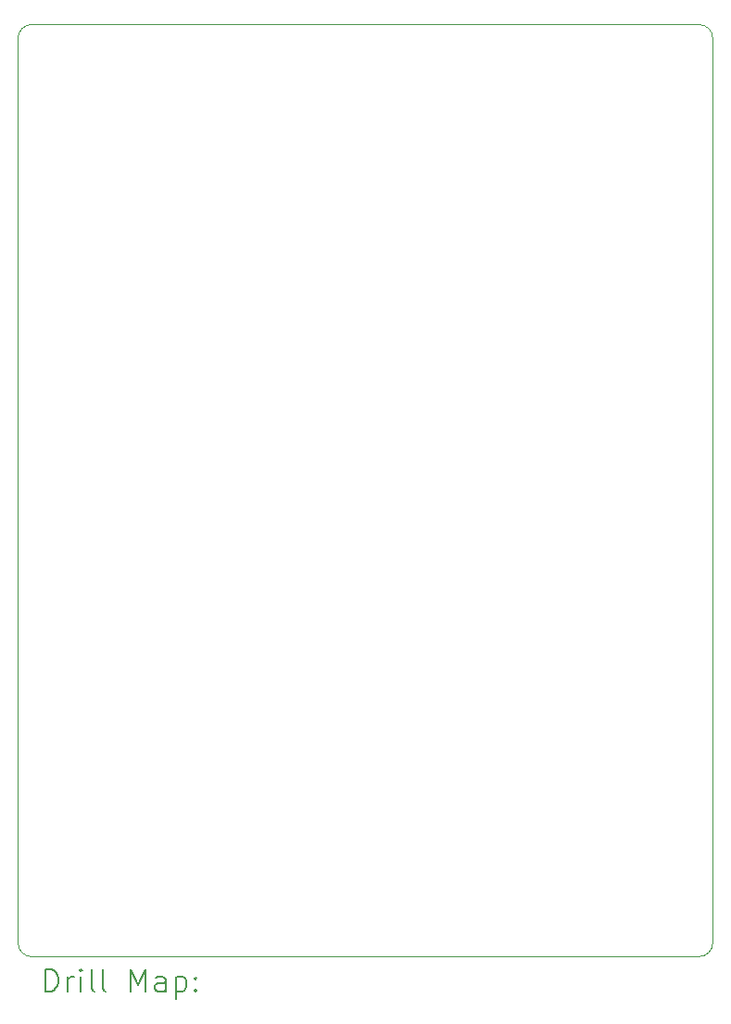
<source format=gbr>
%TF.GenerationSoftware,KiCad,Pcbnew,6.0.11+dfsg-1*%
%TF.CreationDate,2023-04-13T00:21:45+02:00*%
%TF.ProjectId,LampeV1,4c616d70-6556-4312-9e6b-696361645f70,rev?*%
%TF.SameCoordinates,Original*%
%TF.FileFunction,Drillmap*%
%TF.FilePolarity,Positive*%
%FSLAX45Y45*%
G04 Gerber Fmt 4.5, Leading zero omitted, Abs format (unit mm)*
G04 Created by KiCad (PCBNEW 6.0.11+dfsg-1) date 2023-04-13 00:21:45*
%MOMM*%
%LPD*%
G01*
G04 APERTURE LIST*
%ADD10C,0.100000*%
%ADD11C,0.200000*%
G04 APERTURE END LIST*
D10*
X7620000Y-11811000D02*
X7620000Y-3556000D01*
X13843000Y-11938000D02*
X7747000Y-11938000D01*
X7747000Y-3429000D02*
G75*
G03*
X7620000Y-3556000I0J-127000D01*
G01*
X13970000Y-3556000D02*
G75*
G03*
X13843000Y-3429000I-127000J0D01*
G01*
X7620000Y-11811000D02*
G75*
G03*
X7747000Y-11938000I127000J0D01*
G01*
X13843000Y-11938000D02*
G75*
G03*
X13970000Y-11811000I0J127000D01*
G01*
X7747000Y-3429000D02*
X13843000Y-3429000D01*
X13970000Y-3556000D02*
X13970000Y-11811000D01*
D11*
X7872619Y-12253476D02*
X7872619Y-12053476D01*
X7920238Y-12053476D01*
X7948809Y-12063000D01*
X7967857Y-12082048D01*
X7977381Y-12101095D01*
X7986905Y-12139190D01*
X7986905Y-12167762D01*
X7977381Y-12205857D01*
X7967857Y-12224905D01*
X7948809Y-12243952D01*
X7920238Y-12253476D01*
X7872619Y-12253476D01*
X8072619Y-12253476D02*
X8072619Y-12120143D01*
X8072619Y-12158238D02*
X8082143Y-12139190D01*
X8091667Y-12129667D01*
X8110714Y-12120143D01*
X8129762Y-12120143D01*
X8196428Y-12253476D02*
X8196428Y-12120143D01*
X8196428Y-12053476D02*
X8186905Y-12063000D01*
X8196428Y-12072524D01*
X8205952Y-12063000D01*
X8196428Y-12053476D01*
X8196428Y-12072524D01*
X8320238Y-12253476D02*
X8301190Y-12243952D01*
X8291667Y-12224905D01*
X8291667Y-12053476D01*
X8425000Y-12253476D02*
X8405952Y-12243952D01*
X8396429Y-12224905D01*
X8396429Y-12053476D01*
X8653571Y-12253476D02*
X8653571Y-12053476D01*
X8720238Y-12196333D01*
X8786905Y-12053476D01*
X8786905Y-12253476D01*
X8967857Y-12253476D02*
X8967857Y-12148714D01*
X8958333Y-12129667D01*
X8939286Y-12120143D01*
X8901190Y-12120143D01*
X8882143Y-12129667D01*
X8967857Y-12243952D02*
X8948810Y-12253476D01*
X8901190Y-12253476D01*
X8882143Y-12243952D01*
X8872619Y-12224905D01*
X8872619Y-12205857D01*
X8882143Y-12186809D01*
X8901190Y-12177286D01*
X8948810Y-12177286D01*
X8967857Y-12167762D01*
X9063095Y-12120143D02*
X9063095Y-12320143D01*
X9063095Y-12129667D02*
X9082143Y-12120143D01*
X9120238Y-12120143D01*
X9139286Y-12129667D01*
X9148810Y-12139190D01*
X9158333Y-12158238D01*
X9158333Y-12215381D01*
X9148810Y-12234428D01*
X9139286Y-12243952D01*
X9120238Y-12253476D01*
X9082143Y-12253476D01*
X9063095Y-12243952D01*
X9244048Y-12234428D02*
X9253571Y-12243952D01*
X9244048Y-12253476D01*
X9234524Y-12243952D01*
X9244048Y-12234428D01*
X9244048Y-12253476D01*
X9244048Y-12129667D02*
X9253571Y-12139190D01*
X9244048Y-12148714D01*
X9234524Y-12139190D01*
X9244048Y-12129667D01*
X9244048Y-12148714D01*
M02*

</source>
